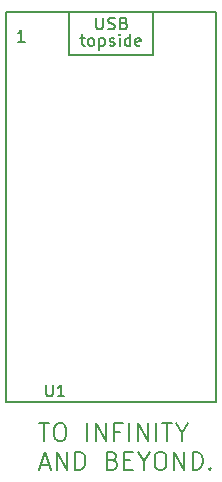
<source format=gto>
%TF.GenerationSoftware,KiCad,Pcbnew,7.0.5*%
%TF.CreationDate,2024-08-25T19:53:10+07:00*%
%TF.ProjectId,13A-Pro,3133412d-5072-46f2-9e6b-696361645f70,rev?*%
%TF.SameCoordinates,Original*%
%TF.FileFunction,Legend,Top*%
%TF.FilePolarity,Positive*%
%FSLAX46Y46*%
G04 Gerber Fmt 4.6, Leading zero omitted, Abs format (unit mm)*
G04 Created by KiCad (PCBNEW 7.0.5) date 2024-08-25 19:53:10*
%MOMM*%
%LPD*%
G01*
G04 APERTURE LIST*
%ADD10C,0.150000*%
%ADD11C,1.750000*%
%ADD12C,3.987800*%
%ADD13C,3.300000*%
G04 APERTURE END LIST*
D10*
X140735291Y-93228628D02*
X141592434Y-93228628D01*
X141163862Y-94728628D02*
X141163862Y-93228628D01*
X142378148Y-93228628D02*
X142663862Y-93228628D01*
X142663862Y-93228628D02*
X142806719Y-93300057D01*
X142806719Y-93300057D02*
X142949576Y-93442914D01*
X142949576Y-93442914D02*
X143021005Y-93728628D01*
X143021005Y-93728628D02*
X143021005Y-94228628D01*
X143021005Y-94228628D02*
X142949576Y-94514342D01*
X142949576Y-94514342D02*
X142806719Y-94657200D01*
X142806719Y-94657200D02*
X142663862Y-94728628D01*
X142663862Y-94728628D02*
X142378148Y-94728628D01*
X142378148Y-94728628D02*
X142235291Y-94657200D01*
X142235291Y-94657200D02*
X142092433Y-94514342D01*
X142092433Y-94514342D02*
X142021005Y-94228628D01*
X142021005Y-94228628D02*
X142021005Y-93728628D01*
X142021005Y-93728628D02*
X142092433Y-93442914D01*
X142092433Y-93442914D02*
X142235291Y-93300057D01*
X142235291Y-93300057D02*
X142378148Y-93228628D01*
X144806719Y-94728628D02*
X144806719Y-93228628D01*
X145521005Y-94728628D02*
X145521005Y-93228628D01*
X145521005Y-93228628D02*
X146378148Y-94728628D01*
X146378148Y-94728628D02*
X146378148Y-93228628D01*
X147592434Y-93942914D02*
X147092434Y-93942914D01*
X147092434Y-94728628D02*
X147092434Y-93228628D01*
X147092434Y-93228628D02*
X147806720Y-93228628D01*
X148378148Y-94728628D02*
X148378148Y-93228628D01*
X149092434Y-94728628D02*
X149092434Y-93228628D01*
X149092434Y-93228628D02*
X149949577Y-94728628D01*
X149949577Y-94728628D02*
X149949577Y-93228628D01*
X150663863Y-94728628D02*
X150663863Y-93228628D01*
X151163864Y-93228628D02*
X152021007Y-93228628D01*
X151592435Y-94728628D02*
X151592435Y-93228628D01*
X152806721Y-94014342D02*
X152806721Y-94728628D01*
X152306721Y-93228628D02*
X152806721Y-94014342D01*
X152806721Y-94014342D02*
X153306721Y-93228628D01*
X140878148Y-96715057D02*
X141592434Y-96715057D01*
X140735291Y-97143628D02*
X141235291Y-95643628D01*
X141235291Y-95643628D02*
X141735291Y-97143628D01*
X142235290Y-97143628D02*
X142235290Y-95643628D01*
X142235290Y-95643628D02*
X143092433Y-97143628D01*
X143092433Y-97143628D02*
X143092433Y-95643628D01*
X143806719Y-97143628D02*
X143806719Y-95643628D01*
X143806719Y-95643628D02*
X144163862Y-95643628D01*
X144163862Y-95643628D02*
X144378148Y-95715057D01*
X144378148Y-95715057D02*
X144521005Y-95857914D01*
X144521005Y-95857914D02*
X144592434Y-96000771D01*
X144592434Y-96000771D02*
X144663862Y-96286485D01*
X144663862Y-96286485D02*
X144663862Y-96500771D01*
X144663862Y-96500771D02*
X144592434Y-96786485D01*
X144592434Y-96786485D02*
X144521005Y-96929342D01*
X144521005Y-96929342D02*
X144378148Y-97072200D01*
X144378148Y-97072200D02*
X144163862Y-97143628D01*
X144163862Y-97143628D02*
X143806719Y-97143628D01*
X146949576Y-96357914D02*
X147163862Y-96429342D01*
X147163862Y-96429342D02*
X147235291Y-96500771D01*
X147235291Y-96500771D02*
X147306719Y-96643628D01*
X147306719Y-96643628D02*
X147306719Y-96857914D01*
X147306719Y-96857914D02*
X147235291Y-97000771D01*
X147235291Y-97000771D02*
X147163862Y-97072200D01*
X147163862Y-97072200D02*
X147021005Y-97143628D01*
X147021005Y-97143628D02*
X146449576Y-97143628D01*
X146449576Y-97143628D02*
X146449576Y-95643628D01*
X146449576Y-95643628D02*
X146949576Y-95643628D01*
X146949576Y-95643628D02*
X147092434Y-95715057D01*
X147092434Y-95715057D02*
X147163862Y-95786485D01*
X147163862Y-95786485D02*
X147235291Y-95929342D01*
X147235291Y-95929342D02*
X147235291Y-96072200D01*
X147235291Y-96072200D02*
X147163862Y-96215057D01*
X147163862Y-96215057D02*
X147092434Y-96286485D01*
X147092434Y-96286485D02*
X146949576Y-96357914D01*
X146949576Y-96357914D02*
X146449576Y-96357914D01*
X147949576Y-96357914D02*
X148449576Y-96357914D01*
X148663862Y-97143628D02*
X147949576Y-97143628D01*
X147949576Y-97143628D02*
X147949576Y-95643628D01*
X147949576Y-95643628D02*
X148663862Y-95643628D01*
X149592434Y-96429342D02*
X149592434Y-97143628D01*
X149092434Y-95643628D02*
X149592434Y-96429342D01*
X149592434Y-96429342D02*
X150092434Y-95643628D01*
X150878148Y-95643628D02*
X151163862Y-95643628D01*
X151163862Y-95643628D02*
X151306719Y-95715057D01*
X151306719Y-95715057D02*
X151449576Y-95857914D01*
X151449576Y-95857914D02*
X151521005Y-96143628D01*
X151521005Y-96143628D02*
X151521005Y-96643628D01*
X151521005Y-96643628D02*
X151449576Y-96929342D01*
X151449576Y-96929342D02*
X151306719Y-97072200D01*
X151306719Y-97072200D02*
X151163862Y-97143628D01*
X151163862Y-97143628D02*
X150878148Y-97143628D01*
X150878148Y-97143628D02*
X150735291Y-97072200D01*
X150735291Y-97072200D02*
X150592433Y-96929342D01*
X150592433Y-96929342D02*
X150521005Y-96643628D01*
X150521005Y-96643628D02*
X150521005Y-96143628D01*
X150521005Y-96143628D02*
X150592433Y-95857914D01*
X150592433Y-95857914D02*
X150735291Y-95715057D01*
X150735291Y-95715057D02*
X150878148Y-95643628D01*
X152163862Y-97143628D02*
X152163862Y-95643628D01*
X152163862Y-95643628D02*
X153021005Y-97143628D01*
X153021005Y-97143628D02*
X153021005Y-95643628D01*
X153735291Y-97143628D02*
X153735291Y-95643628D01*
X153735291Y-95643628D02*
X154092434Y-95643628D01*
X154092434Y-95643628D02*
X154306720Y-95715057D01*
X154306720Y-95715057D02*
X154449577Y-95857914D01*
X154449577Y-95857914D02*
X154521006Y-96000771D01*
X154521006Y-96000771D02*
X154592434Y-96286485D01*
X154592434Y-96286485D02*
X154592434Y-96500771D01*
X154592434Y-96500771D02*
X154521006Y-96786485D01*
X154521006Y-96786485D02*
X154449577Y-96929342D01*
X154449577Y-96929342D02*
X154306720Y-97072200D01*
X154306720Y-97072200D02*
X154092434Y-97143628D01*
X154092434Y-97143628D02*
X153735291Y-97143628D01*
X155235291Y-97000771D02*
X155306720Y-97072200D01*
X155306720Y-97072200D02*
X155235291Y-97143628D01*
X155235291Y-97143628D02*
X155163863Y-97072200D01*
X155163863Y-97072200D02*
X155235291Y-97000771D01*
X155235291Y-97000771D02*
X155235291Y-97143628D01*
%TO.C,U1*%
X141319345Y-89942319D02*
X141319345Y-90751842D01*
X141319345Y-90751842D02*
X141366964Y-90847080D01*
X141366964Y-90847080D02*
X141414583Y-90894700D01*
X141414583Y-90894700D02*
X141509821Y-90942319D01*
X141509821Y-90942319D02*
X141700297Y-90942319D01*
X141700297Y-90942319D02*
X141795535Y-90894700D01*
X141795535Y-90894700D02*
X141843154Y-90847080D01*
X141843154Y-90847080D02*
X141890773Y-90751842D01*
X141890773Y-90751842D02*
X141890773Y-89942319D01*
X142890773Y-90942319D02*
X142319345Y-90942319D01*
X142605059Y-90942319D02*
X142605059Y-89942319D01*
X142605059Y-89942319D02*
X142509821Y-90085176D01*
X142509821Y-90085176D02*
X142414583Y-90180414D01*
X142414583Y-90180414D02*
X142319345Y-90228033D01*
X139509464Y-60899819D02*
X138938036Y-60899819D01*
X139223750Y-60899819D02*
X139223750Y-59899819D01*
X139223750Y-59899819D02*
X139128512Y-60042676D01*
X139128512Y-60042676D02*
X139033274Y-60137914D01*
X139033274Y-60137914D02*
X138938036Y-60185533D01*
X145581845Y-58869819D02*
X145581845Y-59679342D01*
X145581845Y-59679342D02*
X145629464Y-59774580D01*
X145629464Y-59774580D02*
X145677083Y-59822200D01*
X145677083Y-59822200D02*
X145772321Y-59869819D01*
X145772321Y-59869819D02*
X145962797Y-59869819D01*
X145962797Y-59869819D02*
X146058035Y-59822200D01*
X146058035Y-59822200D02*
X146105654Y-59774580D01*
X146105654Y-59774580D02*
X146153273Y-59679342D01*
X146153273Y-59679342D02*
X146153273Y-58869819D01*
X146581845Y-59822200D02*
X146724702Y-59869819D01*
X146724702Y-59869819D02*
X146962797Y-59869819D01*
X146962797Y-59869819D02*
X147058035Y-59822200D01*
X147058035Y-59822200D02*
X147105654Y-59774580D01*
X147105654Y-59774580D02*
X147153273Y-59679342D01*
X147153273Y-59679342D02*
X147153273Y-59584104D01*
X147153273Y-59584104D02*
X147105654Y-59488866D01*
X147105654Y-59488866D02*
X147058035Y-59441247D01*
X147058035Y-59441247D02*
X146962797Y-59393628D01*
X146962797Y-59393628D02*
X146772321Y-59346009D01*
X146772321Y-59346009D02*
X146677083Y-59298390D01*
X146677083Y-59298390D02*
X146629464Y-59250771D01*
X146629464Y-59250771D02*
X146581845Y-59155533D01*
X146581845Y-59155533D02*
X146581845Y-59060295D01*
X146581845Y-59060295D02*
X146629464Y-58965057D01*
X146629464Y-58965057D02*
X146677083Y-58917438D01*
X146677083Y-58917438D02*
X146772321Y-58869819D01*
X146772321Y-58869819D02*
X147010416Y-58869819D01*
X147010416Y-58869819D02*
X147153273Y-58917438D01*
X147915178Y-59346009D02*
X148058035Y-59393628D01*
X148058035Y-59393628D02*
X148105654Y-59441247D01*
X148105654Y-59441247D02*
X148153273Y-59536485D01*
X148153273Y-59536485D02*
X148153273Y-59679342D01*
X148153273Y-59679342D02*
X148105654Y-59774580D01*
X148105654Y-59774580D02*
X148058035Y-59822200D01*
X148058035Y-59822200D02*
X147962797Y-59869819D01*
X147962797Y-59869819D02*
X147581845Y-59869819D01*
X147581845Y-59869819D02*
X147581845Y-58869819D01*
X147581845Y-58869819D02*
X147915178Y-58869819D01*
X147915178Y-58869819D02*
X148010416Y-58917438D01*
X148010416Y-58917438D02*
X148058035Y-58965057D01*
X148058035Y-58965057D02*
X148105654Y-59060295D01*
X148105654Y-59060295D02*
X148105654Y-59155533D01*
X148105654Y-59155533D02*
X148058035Y-59250771D01*
X148058035Y-59250771D02*
X148010416Y-59298390D01*
X148010416Y-59298390D02*
X147915178Y-59346009D01*
X147915178Y-59346009D02*
X147581845Y-59346009D01*
X144224702Y-60603152D02*
X144605654Y-60603152D01*
X144367559Y-60269819D02*
X144367559Y-61126961D01*
X144367559Y-61126961D02*
X144415178Y-61222200D01*
X144415178Y-61222200D02*
X144510416Y-61269819D01*
X144510416Y-61269819D02*
X144605654Y-61269819D01*
X145081845Y-61269819D02*
X144986607Y-61222200D01*
X144986607Y-61222200D02*
X144938988Y-61174580D01*
X144938988Y-61174580D02*
X144891369Y-61079342D01*
X144891369Y-61079342D02*
X144891369Y-60793628D01*
X144891369Y-60793628D02*
X144938988Y-60698390D01*
X144938988Y-60698390D02*
X144986607Y-60650771D01*
X144986607Y-60650771D02*
X145081845Y-60603152D01*
X145081845Y-60603152D02*
X145224702Y-60603152D01*
X145224702Y-60603152D02*
X145319940Y-60650771D01*
X145319940Y-60650771D02*
X145367559Y-60698390D01*
X145367559Y-60698390D02*
X145415178Y-60793628D01*
X145415178Y-60793628D02*
X145415178Y-61079342D01*
X145415178Y-61079342D02*
X145367559Y-61174580D01*
X145367559Y-61174580D02*
X145319940Y-61222200D01*
X145319940Y-61222200D02*
X145224702Y-61269819D01*
X145224702Y-61269819D02*
X145081845Y-61269819D01*
X145843750Y-60603152D02*
X145843750Y-61603152D01*
X145843750Y-60650771D02*
X145938988Y-60603152D01*
X145938988Y-60603152D02*
X146129464Y-60603152D01*
X146129464Y-60603152D02*
X146224702Y-60650771D01*
X146224702Y-60650771D02*
X146272321Y-60698390D01*
X146272321Y-60698390D02*
X146319940Y-60793628D01*
X146319940Y-60793628D02*
X146319940Y-61079342D01*
X146319940Y-61079342D02*
X146272321Y-61174580D01*
X146272321Y-61174580D02*
X146224702Y-61222200D01*
X146224702Y-61222200D02*
X146129464Y-61269819D01*
X146129464Y-61269819D02*
X145938988Y-61269819D01*
X145938988Y-61269819D02*
X145843750Y-61222200D01*
X146700893Y-61222200D02*
X146796131Y-61269819D01*
X146796131Y-61269819D02*
X146986607Y-61269819D01*
X146986607Y-61269819D02*
X147081845Y-61222200D01*
X147081845Y-61222200D02*
X147129464Y-61126961D01*
X147129464Y-61126961D02*
X147129464Y-61079342D01*
X147129464Y-61079342D02*
X147081845Y-60984104D01*
X147081845Y-60984104D02*
X146986607Y-60936485D01*
X146986607Y-60936485D02*
X146843750Y-60936485D01*
X146843750Y-60936485D02*
X146748512Y-60888866D01*
X146748512Y-60888866D02*
X146700893Y-60793628D01*
X146700893Y-60793628D02*
X146700893Y-60746009D01*
X146700893Y-60746009D02*
X146748512Y-60650771D01*
X146748512Y-60650771D02*
X146843750Y-60603152D01*
X146843750Y-60603152D02*
X146986607Y-60603152D01*
X146986607Y-60603152D02*
X147081845Y-60650771D01*
X147558036Y-61269819D02*
X147558036Y-60603152D01*
X147558036Y-60269819D02*
X147510417Y-60317438D01*
X147510417Y-60317438D02*
X147558036Y-60365057D01*
X147558036Y-60365057D02*
X147605655Y-60317438D01*
X147605655Y-60317438D02*
X147558036Y-60269819D01*
X147558036Y-60269819D02*
X147558036Y-60365057D01*
X148462797Y-61269819D02*
X148462797Y-60269819D01*
X148462797Y-61222200D02*
X148367559Y-61269819D01*
X148367559Y-61269819D02*
X148177083Y-61269819D01*
X148177083Y-61269819D02*
X148081845Y-61222200D01*
X148081845Y-61222200D02*
X148034226Y-61174580D01*
X148034226Y-61174580D02*
X147986607Y-61079342D01*
X147986607Y-61079342D02*
X147986607Y-60793628D01*
X147986607Y-60793628D02*
X148034226Y-60698390D01*
X148034226Y-60698390D02*
X148081845Y-60650771D01*
X148081845Y-60650771D02*
X148177083Y-60603152D01*
X148177083Y-60603152D02*
X148367559Y-60603152D01*
X148367559Y-60603152D02*
X148462797Y-60650771D01*
X149319940Y-61222200D02*
X149224702Y-61269819D01*
X149224702Y-61269819D02*
X149034226Y-61269819D01*
X149034226Y-61269819D02*
X148938988Y-61222200D01*
X148938988Y-61222200D02*
X148891369Y-61126961D01*
X148891369Y-61126961D02*
X148891369Y-60746009D01*
X148891369Y-60746009D02*
X148938988Y-60650771D01*
X148938988Y-60650771D02*
X149034226Y-60603152D01*
X149034226Y-60603152D02*
X149224702Y-60603152D01*
X149224702Y-60603152D02*
X149319940Y-60650771D01*
X149319940Y-60650771D02*
X149367559Y-60746009D01*
X149367559Y-60746009D02*
X149367559Y-60841247D01*
X149367559Y-60841247D02*
X148891369Y-60936485D01*
X143293750Y-62000000D02*
X143293750Y-58420000D01*
X150393750Y-62000000D02*
X143293750Y-62000000D01*
X150393750Y-62000000D02*
X150393750Y-58420000D01*
X137953750Y-58420000D02*
X155733750Y-58420000D01*
X155733750Y-58420000D02*
X155733750Y-91440000D01*
X155733750Y-91440000D02*
X137953750Y-91440000D01*
X137953750Y-91440000D02*
X137953750Y-58420000D01*
%TD*%
%LPC*%
D11*
%TO.C,MX4*%
X93980000Y-88900000D03*
D12*
X88900000Y-88900000D03*
D11*
X83820000Y-88900000D03*
D13*
X85090000Y-86360000D03*
X91440000Y-83820000D03*
%TD*%
D11*
%TO.C,MX2*%
X113030000Y-69850000D03*
D12*
X107950000Y-69850000D03*
D11*
X102870000Y-69850000D03*
D13*
X104140000Y-67310000D03*
X110490000Y-64770000D03*
%TD*%
D11*
%TO.C,MX7*%
X93980000Y-107950000D03*
D12*
X88900000Y-107950000D03*
D11*
X83820000Y-107950000D03*
D13*
X85090000Y-105410000D03*
X91440000Y-102870000D03*
%TD*%
D11*
%TO.C,MX14*%
X151130000Y-127000000D03*
D12*
X146050000Y-127000000D03*
D11*
X140970000Y-127000000D03*
D13*
X142240000Y-124460000D03*
X148590000Y-121920000D03*
%TD*%
D11*
%TO.C,MX13*%
X132080000Y-127000000D03*
D12*
X127000000Y-127000000D03*
D11*
X121920000Y-127000000D03*
D13*
X123190000Y-124460000D03*
X129540000Y-121920000D03*
%TD*%
D11*
%TO.C,MX5*%
X113030000Y-88900000D03*
D12*
X107950000Y-88900000D03*
D11*
X102870000Y-88900000D03*
D13*
X104140000Y-86360000D03*
X110490000Y-83820000D03*
%TD*%
D11*
%TO.C,MX10*%
X151130000Y-107950000D03*
D12*
X146050000Y-107950000D03*
D11*
X140970000Y-107950000D03*
D13*
X142240000Y-105410000D03*
X148590000Y-102870000D03*
%TD*%
D11*
%TO.C,MX3*%
X132080000Y-69850000D03*
D12*
X127000000Y-69850000D03*
D11*
X121920000Y-69850000D03*
D13*
X123190000Y-67310000D03*
X129540000Y-64770000D03*
%TD*%
D11*
%TO.C,MX6*%
X132080000Y-88900000D03*
D12*
X127000000Y-88900000D03*
D11*
X121920000Y-88900000D03*
D13*
X123190000Y-86360000D03*
X129540000Y-83820000D03*
%TD*%
D11*
%TO.C,MX12*%
X113030000Y-127000000D03*
D12*
X107950000Y-127000000D03*
D11*
X102870000Y-127000000D03*
D13*
X104140000Y-124460000D03*
X110490000Y-121920000D03*
%TD*%
D11*
%TO.C,MX8*%
X113030000Y-107950000D03*
D12*
X107950000Y-107950000D03*
D11*
X102870000Y-107950000D03*
D13*
X104140000Y-105410000D03*
X110490000Y-102870000D03*
%TD*%
D11*
%TO.C,MX1*%
X93980000Y-69850000D03*
D12*
X88900000Y-69850000D03*
D11*
X83820000Y-69850000D03*
D13*
X85090000Y-67310000D03*
X91440000Y-64770000D03*
%TD*%
D11*
%TO.C,MX11*%
X93980000Y-127000000D03*
D12*
X88900000Y-127000000D03*
D11*
X83820000Y-127000000D03*
D13*
X85090000Y-124460000D03*
X91440000Y-121920000D03*
%TD*%
D11*
%TO.C,MX9*%
X132080000Y-107950000D03*
D12*
X127000000Y-107950000D03*
D11*
X121920000Y-107950000D03*
D13*
X123190000Y-105410000D03*
X129540000Y-102870000D03*
%TD*%
%LPD*%
M02*

</source>
